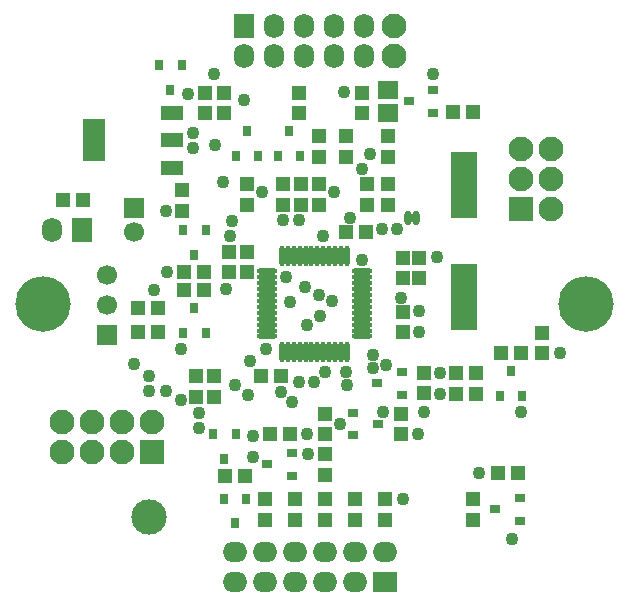
<source format=gbs>
%FSLAX42Y42*%
%MOMM*%
G71*
G01*
G75*
G04 Layer_Color=16711935*
%ADD10C,0.25*%
%ADD11C,0.30*%
%ADD12C,0.40*%
%ADD13C,0.50*%
%ADD14C,0.70*%
%ADD15O,0.40X1.00*%
%ADD16O,1.90X1.50*%
%ADD17R,1.90X1.50*%
%ADD18C,1.90*%
%ADD19O,1.50X1.90*%
%ADD20R,1.50X1.90*%
%ADD21C,1.50*%
%ADD22R,1.50X1.50*%
%ADD23R,1.90X1.90*%
%ADD24R,1.90X1.90*%
%ADD25C,4.50*%
%ADD26C,0.90*%
%ADD27R,2.00X5.50*%
%ADD28R,0.60X0.75*%
%ADD29R,0.75X0.60*%
%ADD30R,1.75X1.05*%
%ADD31R,1.75X1.05*%
%ADD32R,1.75X3.40*%
%ADD33O,0.25X1.55*%
%ADD34O,1.55X0.25*%
%ADD35R,1.10X1.00*%
%ADD36R,1.00X1.10*%
%ADD37R,1.50X1.30*%
%ADD38C,1.00*%
%ADD39C,1.30*%
%ADD40C,1.00*%
%ADD41O,0.60X1.20*%
%ADD42O,2.10X1.70*%
%ADD43R,2.10X1.70*%
%ADD44C,2.10*%
%ADD45O,1.70X2.10*%
%ADD46R,1.70X2.10*%
%ADD47C,1.70*%
%ADD48R,1.70X1.70*%
%ADD49R,2.10X2.10*%
%ADD50R,2.10X2.10*%
%ADD51C,4.70*%
%ADD52C,1.10*%
%ADD53R,2.20X5.70*%
%ADD54R,0.80X0.95*%
%ADD55R,0.95X0.80*%
%ADD56R,1.95X1.25*%
%ADD57R,1.95X1.25*%
%ADD58R,1.95X3.60*%
%ADD59O,0.45X1.75*%
%ADD60O,1.75X0.45*%
%ADD61R,1.30X1.20*%
%ADD62R,1.20X1.30*%
%ADD63R,1.70X1.50*%
%ADD64C,3.00*%
D41*
X791Y724D02*
D03*
X860D02*
D03*
D42*
X-670Y-2096D02*
D03*
X-416D02*
D03*
X-162D02*
D03*
X92D02*
D03*
X346D02*
D03*
X600D02*
D03*
X-670Y-2350D02*
D03*
X-416D02*
D03*
X-162D02*
D03*
X92D02*
D03*
X346D02*
D03*
D43*
X600D02*
D03*
D44*
X670Y2096D02*
D03*
Y2350D02*
D03*
X-2134Y-1003D02*
D03*
X-1880D02*
D03*
X-1626D02*
D03*
X-1372D02*
D03*
X-2134Y-1257D02*
D03*
X-1880D02*
D03*
X-1626D02*
D03*
X2004Y1308D02*
D03*
Y1054D02*
D03*
Y800D02*
D03*
X1750Y1308D02*
D03*
Y1054D02*
D03*
D45*
X416Y2096D02*
D03*
X162D02*
D03*
X-92D02*
D03*
X-346D02*
D03*
X-600D02*
D03*
X416Y2350D02*
D03*
X162D02*
D03*
X-92D02*
D03*
X-346D02*
D03*
X-2223Y622D02*
D03*
D46*
X-600Y2350D02*
D03*
X-1968Y622D02*
D03*
D47*
X-1753Y241D02*
D03*
Y-13D02*
D03*
X-1524Y611D02*
D03*
D48*
X-1753Y-267D02*
D03*
X-1524Y811D02*
D03*
D49*
X-1372Y-1257D02*
D03*
D50*
X1750Y800D02*
D03*
D51*
X-2300Y0D02*
D03*
X2300D02*
D03*
D52*
X-63Y-1105D02*
D03*
X-851Y1943D02*
D03*
X-1067Y1778D02*
D03*
X470Y1270D02*
D03*
X699Y635D02*
D03*
X584Y-914D02*
D03*
X495Y-546D02*
D03*
X279Y-686D02*
D03*
X267Y-572D02*
D03*
X216Y-1016D02*
D03*
X-190Y-826D02*
D03*
X89Y-572D02*
D03*
X1397Y-1435D02*
D03*
X0Y-660D02*
D03*
X-127D02*
D03*
X-699Y699D02*
D03*
X-1029Y1321D02*
D03*
Y1448D02*
D03*
X-1397Y-737D02*
D03*
Y-610D02*
D03*
X-546Y-483D02*
D03*
X-1257Y787D02*
D03*
X165Y952D02*
D03*
X-445D02*
D03*
X-1359Y114D02*
D03*
X-127Y711D02*
D03*
X-267D02*
D03*
X305Y724D02*
D03*
X572Y635D02*
D03*
X-711Y572D02*
D03*
X76D02*
D03*
X-1130Y-381D02*
D03*
Y-813D02*
D03*
X-1257Y-737D02*
D03*
X152Y25D02*
D03*
X-203Y13D02*
D03*
X38Y76D02*
D03*
X-76Y140D02*
D03*
X927Y-914D02*
D03*
X876Y-1105D02*
D03*
X-63Y-178D02*
D03*
X51Y-102D02*
D03*
X-978Y-927D02*
D03*
Y-1054D02*
D03*
X-559Y-775D02*
D03*
X-673Y-686D02*
D03*
X-521Y-1295D02*
D03*
X495Y-432D02*
D03*
X406Y368D02*
D03*
X1067Y-762D02*
D03*
Y-584D02*
D03*
X-279Y-749D02*
D03*
X-51Y-1270D02*
D03*
X-406Y-381D02*
D03*
X1041Y394D02*
D03*
X737Y54D02*
D03*
X610Y-521D02*
D03*
X889Y-241D02*
D03*
Y-63D02*
D03*
X-749Y127D02*
D03*
X-1245Y267D02*
D03*
X749Y-1651D02*
D03*
X-521Y-1118D02*
D03*
X1676Y-1994D02*
D03*
X-241Y229D02*
D03*
X1003Y1943D02*
D03*
X-597Y1727D02*
D03*
X-838Y1346D02*
D03*
X254Y1791D02*
D03*
X406Y1143D02*
D03*
X2083Y-419D02*
D03*
X-775Y1029D02*
D03*
X1753Y-914D02*
D03*
X-1524Y-508D02*
D03*
D53*
X1270Y1008D02*
D03*
Y58D02*
D03*
D54*
X-857Y-1102D02*
D03*
X-667D02*
D03*
X-762Y-1311D02*
D03*
X-768Y-1648D02*
D03*
X-578D02*
D03*
X-673Y-1858D02*
D03*
X-121Y1254D02*
D03*
X-311D02*
D03*
X-216Y1464D02*
D03*
X-1016Y-35D02*
D03*
X-1111Y-245D02*
D03*
X-921D02*
D03*
X-1016Y416D02*
D03*
X-921Y626D02*
D03*
X-1111D02*
D03*
X-572Y1464D02*
D03*
X-666Y1254D02*
D03*
X-476D02*
D03*
X-1314Y2023D02*
D03*
X-1124D02*
D03*
X-1219Y1813D02*
D03*
X1759Y-778D02*
D03*
X1569D02*
D03*
X1664Y-568D02*
D03*
D55*
X-187Y-1264D02*
D03*
Y-1454D02*
D03*
X-397Y-1359D02*
D03*
X327Y-1111D02*
D03*
Y-921D02*
D03*
X537Y-1016D02*
D03*
X1743Y-1645D02*
D03*
Y-1835D02*
D03*
X1533Y-1740D02*
D03*
X797Y1715D02*
D03*
X1007Y1619D02*
D03*
Y1809D02*
D03*
X740Y-578D02*
D03*
Y-768D02*
D03*
X530Y-673D02*
D03*
D56*
X-1207Y1614D02*
D03*
D57*
X-1207Y1384D02*
D03*
Y1154D02*
D03*
D58*
X-1867Y1384D02*
D03*
D59*
X275Y403D02*
D03*
X225D02*
D03*
X175D02*
D03*
X125D02*
D03*
X75D02*
D03*
X25D02*
D03*
X-25D02*
D03*
X-75D02*
D03*
X-125D02*
D03*
X-175D02*
D03*
X-225D02*
D03*
X-275D02*
D03*
Y-403D02*
D03*
X-225D02*
D03*
X-175D02*
D03*
X-125D02*
D03*
X-75D02*
D03*
X-25D02*
D03*
X25D02*
D03*
X75D02*
D03*
X125D02*
D03*
X175D02*
D03*
X225D02*
D03*
X275D02*
D03*
D60*
X-403Y275D02*
D03*
Y225D02*
D03*
Y175D02*
D03*
Y125D02*
D03*
Y75D02*
D03*
Y25D02*
D03*
Y-25D02*
D03*
Y-75D02*
D03*
Y-125D02*
D03*
Y-175D02*
D03*
Y-225D02*
D03*
Y-275D02*
D03*
X403D02*
D03*
Y-225D02*
D03*
Y-175D02*
D03*
Y-125D02*
D03*
Y-75D02*
D03*
Y-25D02*
D03*
Y25D02*
D03*
Y75D02*
D03*
Y125D02*
D03*
Y175D02*
D03*
Y225D02*
D03*
Y275D02*
D03*
D61*
X-588Y-1460D02*
D03*
X-758D02*
D03*
X-1101Y114D02*
D03*
X-931D02*
D03*
X-1101Y267D02*
D03*
X-931D02*
D03*
X1342Y1626D02*
D03*
X1172D02*
D03*
X1198Y-584D02*
D03*
X1368D02*
D03*
X1198Y-762D02*
D03*
X1368D02*
D03*
X1749Y-419D02*
D03*
X1579D02*
D03*
X-1495Y-38D02*
D03*
X-1325D02*
D03*
X-1495Y-241D02*
D03*
X-1325D02*
D03*
X-1960Y876D02*
D03*
X-2130D02*
D03*
X1723Y-1435D02*
D03*
X1553D02*
D03*
X-377Y-1105D02*
D03*
X-207D02*
D03*
X271Y610D02*
D03*
X441D02*
D03*
X-283Y-610D02*
D03*
X-453D02*
D03*
D62*
X-419Y-1655D02*
D03*
Y-1825D02*
D03*
X-165Y-1655D02*
D03*
Y-1825D02*
D03*
X-851Y-784D02*
D03*
Y-614D02*
D03*
X89Y-1444D02*
D03*
Y-1274D02*
D03*
Y-1825D02*
D03*
Y-1655D02*
D03*
X343Y-1825D02*
D03*
Y-1655D02*
D03*
X89Y-1101D02*
D03*
Y-931D02*
D03*
X597Y-1825D02*
D03*
Y-1655D02*
D03*
X-127Y1787D02*
D03*
Y1617D02*
D03*
X622Y1248D02*
D03*
Y1419D02*
D03*
X267Y1248D02*
D03*
Y1419D02*
D03*
X38Y1419D02*
D03*
Y1248D02*
D03*
X737Y-931D02*
D03*
Y-1101D02*
D03*
X-572Y1012D02*
D03*
Y842D02*
D03*
X-724Y271D02*
D03*
Y441D02*
D03*
X38Y842D02*
D03*
Y1012D02*
D03*
X-114Y842D02*
D03*
Y1012D02*
D03*
X-267Y842D02*
D03*
Y1012D02*
D03*
X1346Y-1655D02*
D03*
Y-1825D02*
D03*
X-1003Y-784D02*
D03*
Y-614D02*
D03*
X406Y1787D02*
D03*
Y1617D02*
D03*
X-1118Y791D02*
D03*
Y961D02*
D03*
X1930Y-245D02*
D03*
Y-415D02*
D03*
X-927Y1787D02*
D03*
Y1617D02*
D03*
X-762Y1787D02*
D03*
Y1617D02*
D03*
X749Y-67D02*
D03*
Y-237D02*
D03*
X-572Y271D02*
D03*
Y441D02*
D03*
X927Y-588D02*
D03*
Y-758D02*
D03*
X622Y1012D02*
D03*
Y842D02*
D03*
X889Y390D02*
D03*
Y220D02*
D03*
X445Y1012D02*
D03*
Y842D02*
D03*
X749Y220D02*
D03*
Y390D02*
D03*
D63*
X622Y1809D02*
D03*
Y1619D02*
D03*
D64*
X-1400Y-1800D02*
D03*
M02*

</source>
